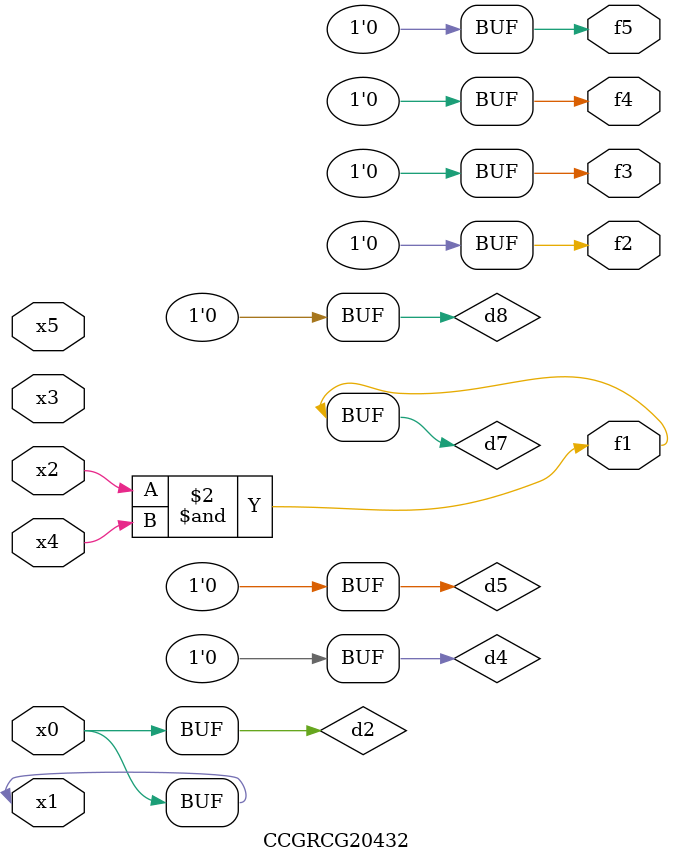
<source format=v>
module CCGRCG20432(
	input x0, x1, x2, x3, x4, x5,
	output f1, f2, f3, f4, f5
);

	wire d1, d2, d3, d4, d5, d6, d7, d8, d9;

	nand (d1, x1);
	buf (d2, x0, x1);
	nand (d3, x2, x4);
	and (d4, d1, d2);
	and (d5, d1, d2);
	nand (d6, d1, d3);
	not (d7, d3);
	xor (d8, d5);
	nor (d9, d5, d6);
	assign f1 = d7;
	assign f2 = d8;
	assign f3 = d8;
	assign f4 = d8;
	assign f5 = d8;
endmodule

</source>
